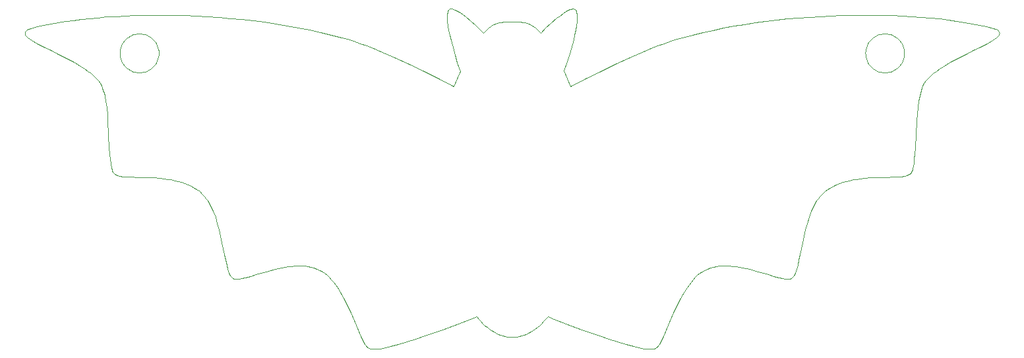
<source format=gbr>
%TF.GenerationSoftware,KiCad,Pcbnew,8.0.5*%
%TF.CreationDate,2025-02-18T13:06:52+00:00*%
%TF.ProjectId,bat-design,6261742d-6465-4736-9967-6e2e6b696361,v1*%
%TF.SameCoordinates,Original*%
%TF.FileFunction,Profile,NP*%
%FSLAX46Y46*%
G04 Gerber Fmt 4.6, Leading zero omitted, Abs format (unit mm)*
G04 Created by KiCad (PCBNEW 8.0.5) date 2025-02-18 13:06:52*
%MOMM*%
%LPD*%
G01*
G04 APERTURE LIST*
%TA.AperFunction,Profile*%
%ADD10C,0.100000*%
%TD*%
G04 APERTURE END LIST*
D10*
X91258000Y-182998500D02*
X91532100Y-183254700D01*
X147439600Y-153367300D02*
X147534600Y-153042000D01*
X86772200Y-144770840D02*
X86874000Y-145371340D01*
X101556900Y-143171130D02*
X101156300Y-143463120D01*
X155045600Y-144678800D02*
X154098600Y-144490690D01*
X140696600Y-149474100D02*
X140821600Y-149680200D01*
X36755770Y-148396180D02*
X37758210Y-148911270D01*
X32471090Y-145588880D02*
X32459860Y-145669390D01*
X67573300Y-144997960D02*
X66138700Y-144739620D01*
X141702600Y-146084580D02*
X141496600Y-146209840D01*
X70643700Y-176332000D02*
X70952000Y-176546300D01*
X83834900Y-184582900D02*
X86117600Y-183773300D01*
X131749600Y-143753570D02*
X130363600Y-143879810D01*
X147211600Y-154458200D02*
X147354600Y-153713100D01*
X46904500Y-150769800D02*
X47160000Y-150782700D01*
X45392500Y-146515180D02*
X45231100Y-146692740D01*
X126219200Y-144378030D02*
X124850000Y-144584990D01*
X35773960Y-144525010D02*
X34893400Y-144703300D01*
X88694100Y-143326450D02*
X88353900Y-143088260D01*
X95025800Y-144242190D02*
X94501500Y-144253420D01*
X119499000Y-145625720D02*
X118204500Y-145940700D01*
X157500600Y-145439860D02*
X157430600Y-145372560D01*
X46430400Y-143444680D02*
X45242700Y-143491360D01*
X134836600Y-166350100D02*
X135160600Y-166058400D01*
X93332700Y-144371150D02*
X93112700Y-144429780D01*
X43884900Y-163714900D02*
X44014600Y-163823000D01*
X70324600Y-176149800D02*
X70643700Y-176332000D01*
X33365860Y-146622610D02*
X34049190Y-147020470D01*
X141126600Y-146515180D02*
X140965600Y-146692740D01*
X67121600Y-175611900D02*
X67547300Y-175593800D01*
X134535600Y-166671800D02*
X134836600Y-166350100D01*
X49463500Y-147309860D02*
X49358200Y-147091340D01*
X93830500Y-184587000D02*
X94127700Y-184661400D01*
X145122600Y-143505510D02*
X143861600Y-143452070D01*
X54181300Y-165559300D02*
X54546800Y-165795400D01*
X54546800Y-165795400D02*
X54892800Y-166058400D01*
X74974200Y-183204300D02*
X75576500Y-184607200D01*
X98795900Y-182998500D02*
X99066300Y-182722900D01*
X155188600Y-147449140D02*
X156004600Y-147020470D01*
X74289700Y-181597000D02*
X74974200Y-183204300D01*
X103305200Y-143053950D02*
X103260100Y-142882580D01*
X157430600Y-145372560D02*
X157341600Y-145309830D01*
X141073600Y-164283900D02*
X141950600Y-164243900D01*
X131831600Y-174834500D02*
X131976600Y-174129800D01*
X49609200Y-147779060D02*
X49547600Y-147539520D01*
X137252600Y-143439370D02*
X135888600Y-143489940D01*
X135872600Y-165559300D02*
X136255600Y-165348900D01*
X146947600Y-156979100D02*
X147013600Y-156107100D01*
X120862700Y-175746100D02*
X121262200Y-175670500D01*
X148430600Y-151514800D02*
X148747600Y-151206100D01*
X142151600Y-145895170D02*
X141921600Y-145979270D01*
X75512600Y-147041920D02*
X74690700Y-146758560D01*
X131534600Y-176038700D02*
X131685600Y-175475400D01*
X102512300Y-152594700D02*
X102118600Y-151540000D01*
X145343600Y-148786390D02*
X145381600Y-148538240D01*
X132658600Y-170952500D02*
X132879600Y-170139400D01*
X87153500Y-146632960D02*
X87317900Y-147266810D01*
X147013600Y-156107100D02*
X147099600Y-155261500D01*
X63718800Y-176262500D02*
X64550100Y-176042400D01*
X56311200Y-167882300D02*
X56479700Y-168229100D01*
X113697700Y-147351710D02*
X112833400Y-147686910D01*
X59993400Y-177270300D02*
X60246700Y-177232100D01*
X49547600Y-147539520D02*
X49463500Y-147309860D01*
X73893000Y-146503490D02*
X73121300Y-146278240D01*
X41306200Y-151206100D02*
X41623200Y-151514800D01*
X49647100Y-148538240D02*
X49660000Y-148282730D01*
X42123500Y-152142500D02*
X42297900Y-152460800D01*
X41623200Y-151514800D02*
X41897100Y-151827100D01*
X87546300Y-152596700D02*
X85614200Y-151583900D01*
X97784400Y-144877640D02*
X97569200Y-144739050D01*
X110136600Y-148828180D02*
X108270900Y-149686600D01*
X146483600Y-163022400D02*
X146587600Y-162502000D01*
X145680600Y-163983900D02*
X145875600Y-163911800D01*
X132879600Y-170139400D02*
X133130600Y-169347100D01*
X45087200Y-149680200D02*
X45231100Y-149872700D01*
X98002100Y-145040220D02*
X97784400Y-144877640D01*
X42842000Y-154458200D02*
X42954100Y-155261500D01*
X71249800Y-176790300D02*
X71537300Y-177061800D01*
X111950500Y-148045750D02*
X110136600Y-148828180D01*
X76505400Y-186125700D02*
X76636900Y-186208600D01*
X144661600Y-146515180D02*
X144484600Y-146353800D01*
X66692900Y-175648500D02*
X67121600Y-175611900D01*
X42613900Y-153367300D02*
X42698800Y-153713100D01*
X86874000Y-145371340D02*
X87003300Y-145996590D01*
X95327800Y-184747100D02*
X95627600Y-184714800D01*
X49089000Y-146692740D02*
X48927600Y-146515180D01*
X95026900Y-144242190D02*
X95025800Y-144242190D01*
X98448800Y-145444240D02*
X98223200Y-145228510D01*
X43278100Y-160415300D02*
X43325500Y-161183400D01*
X94426300Y-184714800D02*
X94726100Y-184747100D01*
X87980800Y-149484200D02*
X88352400Y-150579300D01*
X145197600Y-147309860D02*
X145092600Y-147091340D01*
X118239200Y-177358200D02*
X118516700Y-177061800D01*
X52129600Y-164732000D02*
X52563500Y-164855500D01*
X109652700Y-185671200D02*
X110677200Y-185943500D01*
X99328900Y-145050470D02*
X98680000Y-145689130D01*
X86676500Y-143698530D02*
X86704000Y-144208890D01*
X46187200Y-150586200D02*
X46416800Y-150670300D01*
X93535000Y-184491700D02*
X93830500Y-184587000D01*
X149103600Y-150901500D02*
X149492600Y-150601200D01*
X56923700Y-169347100D02*
X57174800Y-170139400D01*
X47663700Y-150731900D02*
X47903200Y-150670300D01*
X76636900Y-186208600D02*
X76827300Y-186269200D01*
X146039600Y-163823000D02*
X146168600Y-163714900D01*
X121670300Y-175621200D02*
X122085500Y-175596300D01*
X115764200Y-181597000D02*
X116144000Y-180763800D01*
X58863600Y-176879200D02*
X58964800Y-177020200D01*
X146587600Y-162502000D02*
X146667600Y-161884000D01*
X122932300Y-175611900D02*
X123361000Y-175648500D01*
X92660700Y-184082400D02*
X92949900Y-184239200D01*
X88029100Y-142885370D02*
X87725600Y-142726970D01*
X45392500Y-150050300D02*
X45570000Y-150211700D01*
X146775600Y-160415300D02*
X146853600Y-158739000D01*
X135888600Y-143489940D02*
X134514600Y-143558950D01*
X118516700Y-177061800D02*
X118804100Y-176790300D01*
X127892800Y-176723500D02*
X128597800Y-176933100D01*
X65401600Y-175850400D02*
X66262400Y-175701700D01*
X92471800Y-144715230D02*
X92256200Y-144855010D01*
X144484600Y-150211700D02*
X144661600Y-150050300D01*
X157387600Y-146083950D02*
X157516600Y-145917020D01*
X131190600Y-176879200D02*
X131284600Y-176709000D01*
X153298600Y-148396180D02*
X154274600Y-147908120D01*
X148156600Y-151827100D02*
X148430600Y-151514800D01*
X57395700Y-170952500D02*
X57591300Y-171772300D01*
X96812500Y-184375700D02*
X97104000Y-184239200D01*
X144661600Y-150050300D02*
X144823600Y-149872700D01*
X92037700Y-145020300D02*
X91815200Y-145213050D01*
X59074100Y-177130100D02*
X59207100Y-177212000D01*
X71768600Y-145920370D02*
X70391100Y-145587950D01*
X58222700Y-174834500D02*
X58368700Y-175475400D01*
X127596100Y-144191720D02*
X126219200Y-144378030D01*
X86840300Y-142747530D02*
X86773800Y-142882580D01*
X140445600Y-148786390D02*
X140506600Y-149025930D01*
X44672900Y-148538240D02*
X44710800Y-148786390D01*
X97679800Y-183905300D02*
X97963500Y-183708300D01*
X139946600Y-143392280D02*
X138606600Y-143406920D01*
X98244300Y-183491300D02*
X98521900Y-183254700D01*
X34054300Y-144893330D02*
X33258640Y-145094850D01*
X138365600Y-164626400D02*
X138813600Y-164537100D01*
X125503800Y-176042400D02*
X126335100Y-176262500D01*
X41818800Y-143716290D02*
X40730400Y-143818710D01*
X113806100Y-185847000D02*
X113935400Y-185656700D01*
X75576500Y-184607200D02*
X75853400Y-185185300D01*
X47415500Y-150769800D02*
X47663700Y-150731900D01*
X123361000Y-175648500D02*
X123791500Y-175701700D01*
X76376200Y-186004200D02*
X76505400Y-186125700D01*
X61456100Y-176933100D02*
X62161100Y-176723500D01*
X62161100Y-176723500D02*
X63718800Y-176262500D01*
X104443800Y-151582200D02*
X102512300Y-152594700D01*
X44772500Y-149025930D02*
X44856600Y-149255590D01*
X94127700Y-184661400D02*
X94426300Y-184714800D01*
X43106800Y-156979100D02*
X43200100Y-158739000D01*
X78052500Y-186220000D02*
X78460900Y-186147700D01*
X58964800Y-177020200D02*
X59074100Y-177130100D01*
X114200500Y-185185300D02*
X114477500Y-184607200D01*
X48103100Y-164243900D02*
X48980700Y-164283900D01*
X60814600Y-177107900D02*
X61456100Y-176933100D01*
X144085600Y-146084580D02*
X143867600Y-145979270D01*
X112372200Y-186270100D02*
X112701800Y-186296700D01*
X76118600Y-185656700D02*
X76247800Y-185847000D01*
X50105700Y-143393150D02*
X48863900Y-143395310D01*
X87321300Y-142594520D02*
X87202600Y-142583380D01*
X144085600Y-150480900D02*
X144291600Y-150355600D01*
X34893400Y-144703300D02*
X34054300Y-144893330D01*
X81505200Y-185344600D02*
X82659500Y-184977200D01*
X48750000Y-146353800D02*
X48557500Y-146209840D01*
X137924600Y-164732000D02*
X138365600Y-164626400D01*
X89655600Y-182432600D02*
X90458800Y-182114300D01*
X64690700Y-144505200D02*
X63232300Y-144294340D01*
X69191200Y-175746100D02*
X69580800Y-175849800D01*
X102740800Y-147176380D02*
X102900500Y-146553280D01*
X91815200Y-145213050D02*
X91587600Y-145435180D01*
X112001400Y-186220000D02*
X112372200Y-186270100D01*
X151303600Y-149451600D02*
X152295600Y-148911270D01*
X59552900Y-177288500D02*
X59761900Y-177289800D01*
X32623530Y-145372560D02*
X32553580Y-145439860D01*
X103045800Y-145929230D02*
X103170300Y-145317160D01*
X90458800Y-182114300D02*
X90721100Y-182428100D01*
X91587600Y-145435180D02*
X91353700Y-145688610D01*
X71814700Y-177358200D02*
X72082500Y-177677400D01*
X122506700Y-175593800D02*
X122932300Y-175611900D01*
X101941100Y-142922970D02*
X101556900Y-143171130D01*
X113935400Y-185656700D02*
X114200500Y-185185300D01*
X117971400Y-177677400D02*
X118239200Y-177358200D01*
X48557500Y-146209840D02*
X48351400Y-146084580D01*
X137490600Y-164855500D02*
X137924600Y-164732000D01*
X73062400Y-179133600D02*
X73501500Y-179936400D01*
X106368300Y-150608800D02*
X104443800Y-151582200D01*
X130500600Y-177288500D02*
X130686600Y-177263700D01*
X146667600Y-161884000D02*
X146728600Y-161183400D01*
X140965600Y-149872700D02*
X141126600Y-150050300D01*
X32468230Y-145751420D02*
X32494570Y-145834220D01*
X34049190Y-147020470D02*
X34865380Y-147449140D01*
X48980700Y-164283900D02*
X49881100Y-164352700D01*
X47415500Y-145795640D02*
X47160000Y-145782730D01*
X141304600Y-146353800D02*
X141126600Y-146515180D01*
X48351400Y-150480900D02*
X48557500Y-150355600D01*
X88133200Y-183021100D02*
X89655600Y-182432600D01*
X88352400Y-150579300D02*
X87934100Y-151558700D01*
X94726100Y-184747100D02*
X95027000Y-184758100D01*
X70391100Y-145587950D02*
X68991800Y-145280610D01*
X44014600Y-163823000D02*
X44178100Y-163911800D01*
X77066500Y-186297500D02*
X77352100Y-186296700D01*
X123491100Y-144812920D02*
X122144700Y-145062150D01*
X102896200Y-142585440D02*
X102763300Y-142587450D01*
X97104000Y-184239200D02*
X97393200Y-184082300D01*
X115363200Y-146758420D02*
X114541600Y-147041700D01*
X93241400Y-184375700D02*
X93535000Y-184491700D01*
X98521900Y-183254700D02*
X98795900Y-182998500D01*
X54421300Y-143502240D02*
X52969500Y-143445510D01*
X144967600Y-146885210D02*
X144823600Y-146692740D01*
X59761900Y-177289800D02*
X59993400Y-177270300D01*
X49232900Y-146885210D02*
X49089000Y-146692740D01*
X129807600Y-177232200D02*
X130060600Y-177270300D01*
X119410200Y-176332000D02*
X119729300Y-176149800D01*
X122144700Y-145062150D02*
X120813200Y-145332970D01*
X101693300Y-150545700D02*
X102086500Y-149381700D01*
X48132900Y-145979270D02*
X47903200Y-145895170D01*
X133922600Y-167551400D02*
X134113600Y-167238100D01*
X142390600Y-150731900D02*
X142638600Y-150769800D01*
X49358200Y-147091340D02*
X49232900Y-146885210D01*
X118804100Y-176790300D02*
X119101900Y-176546300D01*
X36694040Y-144358710D02*
X35773960Y-144525010D01*
X87725600Y-142726970D02*
X87448400Y-142622990D01*
X44373400Y-163983900D02*
X44598500Y-164042000D01*
X97142100Y-144526920D02*
X96928100Y-144449930D01*
X59367400Y-177263700D02*
X59552900Y-177288500D01*
X45762500Y-146209840D02*
X45570000Y-146353800D01*
X131284600Y-176709000D02*
X131372600Y-176511000D01*
X142894600Y-145782730D02*
X142638600Y-145795640D01*
X133130600Y-169347100D02*
X133416600Y-168590000D01*
X40141600Y-150305700D02*
X40560900Y-150601200D01*
X72590100Y-178374300D02*
X73062400Y-179133600D01*
X78460900Y-186147700D02*
X79376800Y-185943500D01*
X44772500Y-147539520D02*
X44710800Y-147779060D01*
X143397600Y-150731900D02*
X143637600Y-150670300D01*
X52987500Y-164998500D02*
X53399700Y-165162400D01*
X108548700Y-185344600D02*
X109652700Y-185671200D01*
X142151600Y-150670300D02*
X142390600Y-150731900D01*
X157341600Y-145309830D02*
X157108600Y-145195920D01*
X153107600Y-144316270D02*
X152074600Y-144155880D01*
X58368700Y-175475400D02*
X58519600Y-176038700D01*
X142789600Y-164220500D02*
X144291600Y-164173300D01*
X111593000Y-186147700D02*
X112001400Y-186220000D01*
X40560900Y-150601200D02*
X40950600Y-150901500D01*
X42698800Y-153713100D02*
X42842000Y-154458200D01*
X44710800Y-148786390D02*
X44772500Y-149025930D01*
X44856600Y-149255590D02*
X44961900Y-149474100D01*
X149891600Y-143878390D02*
X148745600Y-143761930D01*
X86697200Y-143252260D02*
X86676500Y-143698530D01*
X86773800Y-142882580D02*
X86728000Y-143057070D01*
X55882700Y-143579840D02*
X54421300Y-143502240D01*
X66262400Y-175701700D02*
X66692900Y-175648500D01*
X141270600Y-143395140D02*
X139946600Y-143392280D01*
X92898900Y-144504550D02*
X92685600Y-144599060D01*
X44961900Y-149474100D02*
X45087200Y-149680200D01*
X157559600Y-145834220D02*
X157585600Y-145751420D01*
X106219000Y-184582900D02*
X107394400Y-184977200D01*
X99982900Y-144444710D02*
X99328900Y-145050470D01*
X144291600Y-146209840D02*
X144085600Y-146084580D01*
X136654600Y-165162400D02*
X137066600Y-164998500D01*
X142894600Y-150782700D02*
X143149600Y-150769800D01*
X118204500Y-145940700D02*
X116932100Y-146278240D01*
X146264600Y-163589500D02*
X146347600Y-163431200D01*
X86728000Y-143057070D02*
X86697200Y-143252260D01*
X41897100Y-151827100D02*
X42123500Y-152142500D01*
X37758210Y-148911270D02*
X38750640Y-149451600D01*
X120813200Y-145332970D02*
X119499000Y-145625720D01*
X56479700Y-168229100D02*
X56637500Y-168590000D01*
X96223400Y-184586900D02*
X96518900Y-184491600D01*
X145281600Y-149025930D02*
X145343600Y-148786390D01*
X145455600Y-164042000D02*
X145680600Y-163983900D01*
X144823600Y-146692740D02*
X144661600Y-146515180D01*
X96708100Y-144388350D02*
X96485300Y-144341350D01*
X142894600Y-145782730D02*
X142894600Y-145782730D01*
X143637600Y-150670300D02*
X143867600Y-150586200D01*
X140696600Y-147091340D02*
X140590600Y-147309860D01*
X103170300Y-145317160D02*
X103267900Y-144730020D01*
X47663700Y-145833540D02*
X47415500Y-145795640D01*
X122085500Y-175596300D02*
X122506700Y-175593800D01*
X147534600Y-153042000D02*
X147639600Y-152739200D01*
X94501500Y-144253420D02*
X94014900Y-144275290D01*
X141921600Y-145979270D02*
X141702600Y-146084580D01*
X146168600Y-163714900D02*
X146264600Y-163589500D01*
X147755600Y-152460800D02*
X147930600Y-152142500D01*
X141950600Y-164243900D02*
X142789600Y-164220500D01*
X43634000Y-163241600D02*
X43706400Y-163431200D01*
X141126600Y-150050300D02*
X141304600Y-150211700D01*
X102900500Y-146553280D02*
X103045800Y-145929230D01*
X145394600Y-148282730D02*
X145381600Y-148027210D01*
X117463800Y-178374300D02*
X117713000Y-178016900D01*
X71537300Y-177061800D02*
X71814700Y-177358200D01*
X93112700Y-144429780D02*
X92898900Y-144504550D01*
X73909900Y-180763800D02*
X74289700Y-181597000D01*
X134113600Y-167238100D02*
X134317600Y-166944400D01*
X130291600Y-177289800D02*
X130500600Y-177288500D01*
X146347600Y-163431200D02*
X146419600Y-163241600D01*
X95028000Y-144242190D02*
X95026900Y-144242190D01*
X157593600Y-145669390D02*
X157582600Y-145588880D01*
X42954100Y-155261500D02*
X43040600Y-156107100D01*
X146359600Y-143575180D02*
X145122600Y-143505510D01*
X97393200Y-184082300D02*
X97679800Y-183905300D01*
X44660000Y-148282730D02*
X44672900Y-148538240D01*
X102405100Y-148359260D02*
X102740800Y-147176380D01*
X102118600Y-151540000D02*
X101693300Y-150545700D01*
X110677200Y-185943500D02*
X111593000Y-186147700D01*
X37651690Y-144204680D02*
X36694040Y-144358710D01*
X101156300Y-143463120D02*
X100750100Y-143784860D01*
X35779410Y-147908120D02*
X36755770Y-148396180D01*
X103260100Y-142882580D02*
X103201800Y-142761290D01*
X55735900Y-166944400D02*
X55940000Y-167238100D01*
X135507600Y-165795400D02*
X135872600Y-165559300D01*
X49547600Y-149025930D02*
X49609200Y-148786390D01*
X107394400Y-184977200D02*
X108548700Y-185344600D01*
X115079700Y-183204300D02*
X115764200Y-181597000D01*
X45968600Y-150480900D02*
X46187200Y-150586200D01*
X87202600Y-142583380D02*
X87202700Y-142583380D01*
X144291600Y-164173300D02*
X144922600Y-164124600D01*
X47160000Y-150782700D02*
X47415500Y-150769800D01*
X102763300Y-142587450D02*
X102618900Y-142614310D01*
X148745600Y-143761930D02*
X147567600Y-143660760D01*
X45242700Y-143491360D02*
X44076800Y-143552360D01*
X157582600Y-145588880D02*
X157551600Y-145511910D01*
X60295300Y-143941710D02*
X58822600Y-143799200D01*
X147354600Y-153713100D02*
X147439600Y-153367300D01*
X45762500Y-150355600D02*
X45968600Y-150480900D01*
X140965600Y-146692740D02*
X140821600Y-146885210D01*
X130846600Y-177212000D02*
X130979600Y-177130100D01*
X112833400Y-147686910D02*
X111950500Y-148045750D01*
X45570000Y-150211700D02*
X45762500Y-150355600D01*
X87202700Y-142583380D02*
X87060700Y-142598380D01*
X151001600Y-144009810D02*
X149891600Y-143878390D01*
X91353700Y-145688610D02*
X90861900Y-145201190D01*
X131372600Y-176511000D02*
X131534600Y-176038700D01*
X86117600Y-183773300D02*
X88133200Y-183021100D01*
X143637600Y-145895170D02*
X143397600Y-145833540D01*
X143867600Y-150586200D02*
X144085600Y-150480900D01*
X143867600Y-145979270D02*
X143637600Y-145895170D01*
X140506600Y-147539520D02*
X140445600Y-147779060D01*
X116932100Y-146278240D02*
X116160700Y-146503420D01*
X48557500Y-150355600D02*
X48750000Y-150211700D01*
X90861900Y-145201190D02*
X90353500Y-144720790D01*
X103016100Y-142612540D02*
X102896200Y-142585440D01*
X43789400Y-163589500D02*
X43884900Y-163714900D01*
X58681600Y-176511000D02*
X58769600Y-176709000D01*
X156968600Y-146435370D02*
X157203600Y-146256020D01*
X69580800Y-175849800D02*
X69959000Y-175983800D01*
X64550100Y-176042400D02*
X65401600Y-175850400D01*
X51240300Y-164537100D02*
X51688000Y-164626400D01*
X142638600Y-150769800D02*
X142894600Y-150782700D01*
X145875600Y-163911800D02*
X146039600Y-163823000D01*
X75853400Y-185185300D02*
X76118600Y-185656700D01*
X124652300Y-175850400D02*
X125503800Y-176042400D01*
X52563500Y-164855500D02*
X52987500Y-164998500D01*
X123791500Y-175701700D02*
X124652300Y-175850400D01*
X140394600Y-148282730D02*
X140407600Y-148538240D01*
X77681800Y-186270100D02*
X78052500Y-186220000D01*
X51530000Y-143409270D02*
X50105700Y-143393150D01*
X147567600Y-143660760D02*
X146359600Y-143575180D01*
X87317900Y-147266810D02*
X87660400Y-148463160D01*
X48132900Y-150586200D02*
X48351400Y-150480900D01*
X32666470Y-146083950D02*
X32850390Y-146256020D01*
X112701800Y-186296700D02*
X112987400Y-186297500D01*
X58519600Y-176038700D02*
X58681600Y-176511000D01*
X113226600Y-186269200D02*
X113417100Y-186208600D01*
X133574600Y-168229100D02*
X133742600Y-167882300D01*
X43706400Y-163431200D02*
X43789400Y-163589500D01*
X147930600Y-152142500D02*
X148156600Y-151827100D01*
X89733700Y-144165190D02*
X89042200Y-143591390D01*
X44672900Y-148027210D02*
X44660000Y-148282730D01*
X93555500Y-144327510D02*
X93332700Y-144371150D01*
X77352100Y-186296700D02*
X77681800Y-186270100D01*
X140821600Y-146885210D02*
X140696600Y-147091340D01*
X46416800Y-150670300D02*
X46656400Y-150731900D01*
X47638200Y-143412580D02*
X46430400Y-143444680D01*
X43325500Y-161183400D02*
X43386200Y-161884000D01*
X45087200Y-146885210D02*
X44961900Y-147091340D01*
X82659500Y-184977200D02*
X83834900Y-184582900D01*
X42934900Y-143627420D02*
X41818800Y-143716290D01*
X95627600Y-184714800D02*
X95926300Y-184661400D01*
X95926300Y-184661400D02*
X96223400Y-184586900D01*
X86937600Y-142652110D02*
X86840300Y-142747530D01*
X145343600Y-147779060D02*
X145281600Y-147539520D01*
X32494570Y-145834220D02*
X32537230Y-145917020D01*
X77221500Y-147687320D02*
X76356800Y-147352030D01*
X113677700Y-186004200D02*
X113806100Y-185847000D01*
X66138700Y-144739620D02*
X64690700Y-144505200D01*
X90353500Y-144720790D02*
X89733700Y-144165190D01*
X128597800Y-176933100D02*
X129239300Y-177107900D01*
X56131500Y-167551400D02*
X56311200Y-167882300D01*
X145381600Y-148538240D02*
X145394600Y-148282730D01*
X70952000Y-176546300D02*
X71249800Y-176790300D01*
X103267900Y-144730020D02*
X103332500Y-144180860D01*
X103357500Y-143682000D02*
X103335800Y-143245300D01*
X117713000Y-178016900D02*
X117971400Y-177677400D01*
X32502590Y-145511910D02*
X32471090Y-145588880D01*
X97569200Y-144739050D02*
X97355500Y-144622720D01*
X57174800Y-170139400D02*
X57395700Y-170952500D01*
X98223200Y-145228510D02*
X98002100Y-145040220D01*
X32553580Y-145439860D02*
X32502590Y-145511910D01*
X72082500Y-177677400D02*
X72340900Y-178016900D01*
X47264000Y-164220500D02*
X48103100Y-164243900D01*
X60246700Y-177232100D02*
X60814600Y-177107900D01*
X47903200Y-150670300D02*
X48132900Y-150586200D01*
X96518900Y-184491600D02*
X96812500Y-184375700D01*
X68383700Y-175621200D02*
X68791700Y-175670500D01*
X44710800Y-147779060D02*
X44672900Y-148027210D01*
X45231100Y-146692740D02*
X45087200Y-146885210D01*
X144484600Y-146353800D02*
X144291600Y-146209840D01*
X102463700Y-142663560D02*
X102298300Y-142732720D01*
X45762800Y-164173300D02*
X47264000Y-164220500D01*
X76247800Y-185847000D02*
X76376200Y-186004200D01*
X114477500Y-184607200D02*
X115079700Y-183204300D01*
X95027000Y-184758100D02*
X95327800Y-184747100D01*
X72340900Y-178016900D02*
X72590100Y-178374300D01*
X73121300Y-146278240D02*
X71768600Y-145920370D01*
X103335800Y-143245300D02*
X103305200Y-143053950D01*
X131976600Y-174129800D02*
X132287600Y-172584600D01*
X144823600Y-149872700D02*
X144967600Y-149680200D01*
X96928100Y-144449930D02*
X96708100Y-144388350D01*
X157551600Y-145511910D02*
X157500600Y-145439860D01*
X120094900Y-175983800D02*
X120473200Y-175849800D01*
X85614200Y-151583900D02*
X83689000Y-150610100D01*
X48927600Y-146515180D02*
X48750000Y-146353800D01*
X32459860Y-145669390D02*
X32468230Y-145751420D01*
X45231100Y-149872700D02*
X45392500Y-150050300D01*
X103332500Y-144180860D02*
X103357500Y-143682000D01*
X83689000Y-150610100D02*
X81785800Y-149687700D01*
X61766200Y-144106630D02*
X60295300Y-143941710D01*
X39671830Y-143934420D02*
X38644930Y-144063170D01*
X145281600Y-147539520D02*
X145197600Y-147309860D01*
X49358200Y-149474100D02*
X49463500Y-149255590D01*
X91532100Y-183254700D02*
X91809600Y-183491300D01*
X94014900Y-144275290D02*
X93555500Y-144327510D01*
X44178100Y-163911800D02*
X44373400Y-163983900D01*
X140821600Y-149680200D02*
X140965600Y-149872700D01*
X145381600Y-148027210D02*
X145343600Y-147779060D01*
X42414100Y-152739200D02*
X42519300Y-153042000D01*
X33258640Y-145094850D02*
X32945020Y-145195920D01*
X89042200Y-143591390D02*
X88694100Y-143326450D01*
X157585600Y-145751420D02*
X157593600Y-145669390D01*
X130363600Y-143879810D02*
X128978400Y-144025750D01*
X156004600Y-147020470D02*
X156687600Y-146622610D01*
X44961900Y-147091340D02*
X44856600Y-147309860D01*
X43570700Y-163022400D02*
X43634000Y-163241600D01*
X133742600Y-167882300D02*
X133922600Y-167551400D01*
X46656400Y-150731900D02*
X46904500Y-150769800D01*
X136255600Y-165348900D02*
X136654600Y-165162400D01*
X51688000Y-164626400D02*
X52129600Y-164732000D01*
X49881100Y-164352700D02*
X50788700Y-164462800D01*
X103119200Y-142671220D02*
X103016100Y-142612540D01*
X55217500Y-166350100D02*
X55518800Y-166671800D01*
X56637500Y-168590000D02*
X56923700Y-169347100D01*
X137066600Y-164998500D02*
X137490600Y-164855500D01*
X48750000Y-150211700D02*
X48927600Y-150050300D01*
X92090400Y-183708300D02*
X92374200Y-183905300D01*
X113548600Y-186125700D02*
X113677700Y-186004200D01*
X46187200Y-145979270D02*
X45968600Y-146084580D01*
X52969500Y-143445510D02*
X51530000Y-143409270D01*
X48863900Y-143395310D02*
X47638200Y-143412580D01*
X79919300Y-148828940D02*
X78104700Y-148046270D01*
X157516600Y-145917020D02*
X157559600Y-145834220D01*
X43200100Y-158739000D02*
X43278100Y-160415300D01*
X146728600Y-161183400D02*
X146775600Y-160415300D01*
X132287600Y-172584600D02*
X132462600Y-171772300D01*
X103201800Y-142761290D02*
X103119200Y-142671220D01*
X148747600Y-151206100D02*
X149103600Y-150901500D01*
X135160600Y-166058400D02*
X135507600Y-165795400D01*
X131089600Y-177020200D02*
X131190600Y-176879200D01*
X142390600Y-145833540D02*
X142151600Y-145895170D01*
X143861600Y-143452070D02*
X142576600Y-143415180D01*
X141496600Y-146209840D02*
X141304600Y-146353800D01*
X103936300Y-183773300D02*
X106219000Y-184582900D01*
X90721100Y-182428100D02*
X90987600Y-182722900D01*
X96027300Y-144282280D02*
X95544600Y-144255100D01*
X68991800Y-145280610D02*
X67573300Y-144997960D01*
X140172600Y-164352700D02*
X141073600Y-164283900D01*
X138813600Y-164537100D02*
X139265600Y-164462800D01*
X156795600Y-145094850D02*
X155944600Y-144880290D01*
X143149600Y-145795640D02*
X142894600Y-145782730D01*
X91809600Y-183491300D02*
X92090400Y-183708300D01*
X99332800Y-182428100D02*
X99595200Y-182114300D01*
X50788700Y-164462800D02*
X51240300Y-164537100D01*
X102618900Y-142614310D02*
X102463700Y-142663560D01*
X99066300Y-182722900D02*
X99332800Y-182428100D01*
X44076800Y-143552360D02*
X42934900Y-143627420D01*
X133134600Y-143646720D02*
X131749600Y-143753570D01*
X43386200Y-161884000D02*
X43466000Y-162502000D01*
X44856600Y-147309860D02*
X44772500Y-147539520D01*
X45570000Y-146353800D02*
X45392500Y-146515180D01*
X129239300Y-177107900D02*
X129807600Y-177232200D01*
X157108600Y-145195920D02*
X156795600Y-145094850D01*
X101920700Y-183021100D02*
X103936300Y-183773300D01*
X138606600Y-143406920D02*
X137252600Y-143439370D01*
X116144000Y-180763800D02*
X116552400Y-179936400D01*
X79376800Y-185943500D02*
X80401300Y-185671200D01*
X149492600Y-150601200D02*
X149912600Y-150305700D01*
X146419600Y-163241600D02*
X146483600Y-163022400D01*
X49609200Y-148786390D02*
X49647100Y-148538240D01*
X49463500Y-149255590D02*
X49547600Y-149025930D01*
X141496600Y-150355600D02*
X141702600Y-150480900D01*
X144967600Y-149680200D02*
X145092600Y-149474100D01*
X81785800Y-149687700D02*
X79919300Y-148828940D01*
X130060600Y-177270300D02*
X130291600Y-177289800D01*
X32850390Y-146256020D02*
X33084950Y-146435370D01*
X140407600Y-148027210D02*
X140394600Y-148282730D01*
X38750640Y-149451600D02*
X39697000Y-150015500D01*
X47160000Y-145782730D02*
X46904500Y-145795640D01*
X95544600Y-144255100D02*
X95028000Y-144242190D01*
X130686600Y-177263700D02*
X130846600Y-177212000D01*
X140590600Y-149255590D02*
X140696600Y-149474100D01*
X42519300Y-153042000D02*
X42613900Y-153367300D01*
X142638600Y-145795640D02*
X142390600Y-145833540D01*
X86704000Y-144208890D02*
X86772200Y-144770840D01*
X126335100Y-176262500D02*
X127892800Y-176723500D01*
X57766700Y-172584600D02*
X58077100Y-174129800D01*
X55940000Y-167238100D02*
X56131500Y-167551400D01*
X49647100Y-148027210D02*
X49609200Y-147779060D01*
X40950600Y-150901500D02*
X41306200Y-151206100D01*
X140445600Y-147779060D02*
X140407600Y-148027210D01*
X124850000Y-144584990D02*
X123491100Y-144812920D01*
X152074600Y-144155880D02*
X151001600Y-144009810D01*
X92685600Y-144599060D02*
X92471800Y-144715230D01*
X140506600Y-149025930D02*
X140590600Y-149255590D01*
X39697000Y-150015500D02*
X40141600Y-150305700D01*
X67968400Y-175596300D02*
X68383700Y-175621200D01*
X92374200Y-183905300D02*
X92660700Y-184082400D01*
X46656400Y-145833540D02*
X46416800Y-145895170D01*
X87934100Y-151558700D02*
X87546300Y-152596700D01*
X44598500Y-164042000D02*
X45131200Y-164124600D01*
X58769600Y-176709000D02*
X58863600Y-176879200D01*
X59207100Y-177212000D02*
X59367400Y-177263700D01*
X141304600Y-150211700D02*
X141496600Y-150355600D01*
X46416800Y-145895170D02*
X46187200Y-145979270D01*
X100398400Y-182432600D02*
X101920700Y-183021100D01*
X63232300Y-144294340D02*
X61766200Y-144106630D01*
X121262200Y-175670500D02*
X121670300Y-175621200D01*
X87660400Y-148463160D02*
X87980800Y-149484200D01*
X53798300Y-165348900D02*
X54181300Y-165559300D01*
X87003300Y-145996590D02*
X87153500Y-146632960D01*
X74690700Y-146758560D02*
X73893000Y-146503490D01*
X76827300Y-186269200D02*
X77066500Y-186297500D01*
X99595200Y-182114300D02*
X100398400Y-182432600D01*
X53399700Y-165162400D02*
X53798300Y-165348900D01*
X112987400Y-186297500D02*
X113226600Y-186269200D01*
X92256200Y-144855010D02*
X92037700Y-145020300D01*
X40730400Y-143818710D02*
X39671830Y-143934420D01*
X98680000Y-145689130D02*
X98448800Y-145444240D01*
X32537230Y-145917020D02*
X32666470Y-146083950D01*
X32711900Y-145309830D02*
X32623530Y-145372560D01*
X73501500Y-179936400D02*
X73909900Y-180763800D01*
X48927600Y-150050300D02*
X49089000Y-149872700D01*
X132462600Y-171772300D02*
X132658600Y-170952500D01*
X49089000Y-149872700D02*
X49232900Y-149680200D01*
X97355500Y-144622720D02*
X97142100Y-144526920D01*
X43466000Y-162502000D02*
X43570700Y-163022400D01*
X45968600Y-146084580D02*
X45762500Y-146209840D01*
X87060700Y-142598380D02*
X86937600Y-142652110D01*
X96485300Y-144341350D02*
X96027300Y-144282280D01*
X139265600Y-164462800D02*
X140172600Y-164352700D01*
X156687600Y-146622610D02*
X156968600Y-146435370D01*
X145197600Y-149255590D02*
X145281600Y-149025930D01*
X143149600Y-150769800D02*
X143397600Y-150731900D01*
X128978400Y-144025750D02*
X127596100Y-144191720D01*
X147099600Y-155261500D02*
X147211600Y-154458200D01*
X140407600Y-148538240D02*
X140445600Y-148786390D01*
X134514600Y-143558950D02*
X133134600Y-143646720D01*
X154098600Y-144490690D02*
X153107600Y-144316270D01*
X116160700Y-146503420D02*
X115363200Y-146758420D01*
X57591300Y-171772300D02*
X57766700Y-172584600D01*
X141921600Y-150586200D02*
X142151600Y-150670300D01*
X42297900Y-152460800D02*
X42414100Y-152739200D01*
X134317600Y-166944400D02*
X134535600Y-166671800D01*
X149912600Y-150305700D02*
X150356600Y-150015500D01*
X113417100Y-186208600D02*
X113548600Y-186125700D01*
X147639600Y-152739200D02*
X147755600Y-152460800D01*
X78104700Y-148046270D02*
X77221500Y-147687320D01*
X49660000Y-148282730D02*
X49647100Y-148027210D01*
X145092600Y-149474100D02*
X145197600Y-149255590D01*
X45131200Y-164124600D02*
X45762800Y-164173300D01*
X155944600Y-144880290D02*
X155045600Y-144678800D01*
X97963500Y-183708300D02*
X98244300Y-183491300D01*
X46904500Y-145795640D02*
X46656400Y-145833540D01*
X142576600Y-143415180D02*
X141270600Y-143395140D01*
X100750100Y-143784860D02*
X99982900Y-144444710D01*
X144922600Y-164124600D02*
X145455600Y-164042000D01*
X54892800Y-166058400D02*
X55217500Y-166350100D01*
X92949900Y-184239200D02*
X93241400Y-184375700D01*
X48351400Y-146084580D02*
X48132900Y-145979270D01*
X58077100Y-174129800D02*
X58222700Y-174834500D01*
X87448400Y-142622990D02*
X87321300Y-142594520D01*
X102086500Y-149381700D02*
X102405100Y-148359260D01*
X133416600Y-168590000D02*
X133574600Y-168229100D01*
X38644930Y-144063170D02*
X37651690Y-144204680D01*
X130979600Y-177130100D02*
X131089600Y-177020200D01*
X90987600Y-182722900D02*
X91258000Y-182998500D01*
X131685600Y-175475400D02*
X131831600Y-174834500D01*
X120473200Y-175849800D02*
X120862700Y-175746100D01*
X80401300Y-185671200D02*
X81505200Y-185344600D01*
X145092600Y-147091340D02*
X144967600Y-146885210D01*
X119101900Y-176546300D02*
X119410200Y-176332000D01*
X88353900Y-143088260D02*
X88029100Y-142885370D01*
X49232900Y-149680200D02*
X49358200Y-149474100D01*
X141702600Y-150480900D02*
X141921600Y-150586200D01*
X114541600Y-147041700D02*
X113697700Y-147351710D01*
X102298300Y-142732720D02*
X101941100Y-142922970D01*
X116552400Y-179936400D02*
X116991500Y-179133600D01*
X33084950Y-146435370D02*
X33365860Y-146622610D01*
X157203600Y-146256020D02*
X157387600Y-146083950D01*
X108270900Y-149686600D02*
X106368300Y-150608800D01*
X152295600Y-148911270D02*
X153298600Y-148396180D01*
X69959000Y-175983800D02*
X70324600Y-176149800D01*
X43040600Y-156107100D02*
X43106800Y-156979100D01*
X32945020Y-145195920D02*
X32711900Y-145309830D01*
X119729300Y-176149800D02*
X120094900Y-175983800D01*
X144291600Y-150355600D02*
X144484600Y-150211700D01*
X55518800Y-166671800D02*
X55735900Y-166944400D01*
X47160000Y-145782730D02*
X47160000Y-145782730D01*
X116991500Y-179133600D02*
X117463800Y-178374300D01*
X154274600Y-147908120D02*
X155188600Y-147449140D01*
X67547300Y-175593800D02*
X67968400Y-175596300D01*
X146853600Y-158739000D02*
X146947600Y-156979100D01*
X150356600Y-150015500D02*
X151303600Y-149451600D01*
X76356800Y-147352030D02*
X75512600Y-147041920D01*
X57350700Y-143678700D02*
X55882700Y-143579840D01*
X34865380Y-147449140D02*
X35779410Y-147908120D01*
X47903200Y-145895170D02*
X47663700Y-145833540D01*
X68791700Y-175670500D02*
X69191200Y-175746100D01*
X140590600Y-147309860D02*
X140506600Y-147539520D01*
X58822600Y-143799200D02*
X57350700Y-143678700D01*
X143397600Y-145833540D02*
X143149600Y-145795640D01*
M02*

</source>
